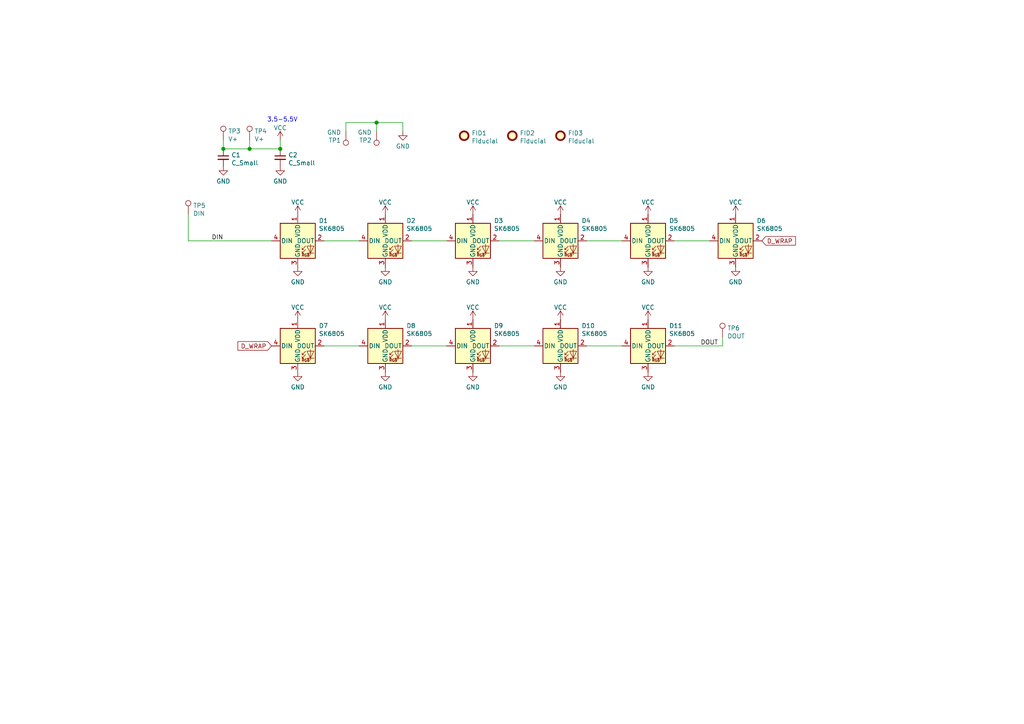
<source format=kicad_sch>
(kicad_sch (version 20210126) (generator eeschema)
  (paper "A4")
  (title_block (title "Scale CCA") (date "2021-08-14") (rev "v1r0"))
  (lib_symbols
    (symbol "Connector:TestPoint" (pin_numbers hide) (pin_names (offset 0.762) hide)
      (property "Reference" "TP" (at 0 6.858 0))
      (property "Value" "TestPoint" (at 0 5.08 0))
      (symbol "TestPoint_0_1"
        (circle (center 0 3.302) (radius 0.762))
      )
      (symbol "TestPoint_1_1"
        (pin passive line (at 0 0 90) (length 2.54) (name "1") (number "1"))
      )
    )
    (symbol "Device:C_Small" (pin_numbers hide) (pin_names (offset 0.254) hide)
      (property "Reference" "C" (at 0.254 1.778 0))
      (property "Value" "C_Small" (at 0.254 -2.032 0))
      (symbol "C_Small_0_1"
        (polyline (pts (xy -1.524 -0.508) (xy 1.524 -0.508)) (stroke (width 0.3302)))
        (polyline (pts (xy -1.524 0.508) (xy 1.524 0.508)) (stroke (width 0.3048)))
      )
      (symbol "C_Small_1_1"
        (pin passive line (at 0 2.54 270) (length 2.032) (name "~") (number "1"))
        (pin passive line (at 0 -2.54 90) (length 2.032) (name "~") (number "2"))
      )
    )
    (symbol "Mechanical:Fiducial"
      (property "Reference" "FID" (at 0 5.08 0))
      (property "Value" "Fiducial" (at 0 3.175 0))
      (symbol "Fiducial_0_1"
        (circle (center 0 0) (radius 1.27) (stroke (width 0.508)) (fill (type background)))
      )
    )
    (symbol "SK6805_2020:SK6805" (pin_names (offset 0.254))
      (property "Reference" "D" (at 7.62 6.35 0))
      (property "Value" "SK6805" (at 6.35 5.08 0))
      (symbol "SK6805_0_0"
        (text "RGB" (at 2.286 -4.191 0) (effects (font (size 0.762 0.762))))
      )
      (symbol "SK6805_0_1"
        (rectangle (start 5.08 5.08) (end -5.08 -5.08) (stroke (width 0.254)) (fill (type background)))
        (polyline (pts (xy 1.27 -3.556) (xy 1.778 -3.556)))
        (polyline (pts (xy 1.27 -2.54) (xy 1.778 -2.54)))
        (polyline (pts (xy 4.699 -3.556) (xy 2.667 -3.556)))
        (polyline (pts (xy 2.286 -2.54) (xy 1.27 -3.556) (xy 1.27 -3.048)))
        (polyline (pts (xy 2.286 -1.524) (xy 1.27 -2.54) (xy 1.27 -2.032)))
        (polyline (pts (xy 3.683 -1.016) (xy 3.683 -3.556) (xy 3.683 -4.064)))
        (polyline (pts (xy 4.699 -1.524) (xy 2.667 -1.524) (xy 3.683 -3.556) (xy 4.699 -1.524)))
      )
      (symbol "SK6805_1_1"
        (pin power_in line (at 0 7.62 270) (length 2.54) (name "VDD") (number "1"))
        (pin output line (at 7.62 0 180) (length 2.54) (name "DOUT") (number "2"))
        (pin power_in line (at 0 -7.62 90) (length 2.54) (name "GND") (number "3"))
        (pin input line (at -7.62 0 0) (length 2.54) (name "DIN") (number "4"))
      )
    )
    (symbol "power:GND" (power) (pin_names (offset 0))
      (property "Value" "GND" (at 0 -3.81 0))
      (symbol "GND_0_1"
        (polyline (pts (xy 0 0) (xy 0 -1.27) (xy 1.27 -1.27) (xy 0 -2.54) (xy -1.27 -1.27) (xy 0 -1.27)))
      )
      (symbol "GND_1_1"
        (pin power_in line (at 0 0 270) (length 0) hide (name "GND") (number "1"))
      )
    )
    (symbol "power:VCC" (power) (pin_names (offset 0))
      (property "Value" "VCC" (at 0 3.81 0))
      (symbol "VCC_0_1"
        (polyline (pts (xy -0.762 1.27) (xy 0 2.54)))
        (polyline (pts (xy 0 0) (xy 0 2.54)))
        (polyline (pts (xy 0 2.54) (xy 0.762 1.27)))
      )
      (symbol "VCC_1_1"
        (pin power_in line (at 0 0 90) (length 0) hide (name "VCC") (number "1"))
      )
    )
  )
  (junction (at 64.77 43.18) (diameter 1.016))
  (junction (at 72.39 43.18) (diameter 1.016))
  (junction (at 81.28 43.18) (diameter 1.016))
  (junction (at 109.22 35.56) (diameter 1.016))
  (wire (pts (xy 54.61 62.23) (xy 54.61 69.85)))
  (wire (pts (xy 54.61 69.85) (xy 78.74 69.85)))
  (wire (pts (xy 64.77 40.64) (xy 64.77 43.18)))
  (wire (pts (xy 64.77 43.18) (xy 72.39 43.18)))
  (wire (pts (xy 72.39 40.64) (xy 72.39 43.18)))
  (wire (pts (xy 72.39 43.18) (xy 81.28 43.18)))
  (wire (pts (xy 81.28 43.18) (xy 81.28 40.64)))
  (wire (pts (xy 93.98 69.85) (xy 104.14 69.85)))
  (wire (pts (xy 93.98 100.33) (xy 104.14 100.33)))
  (wire (pts (xy 100.33 35.56) (xy 109.22 35.56)))
  (wire (pts (xy 100.33 38.1) (xy 100.33 35.56)))
  (wire (pts (xy 109.22 35.56) (xy 109.22 38.1)))
  (wire (pts (xy 109.22 35.56) (xy 116.84 35.56)))
  (wire (pts (xy 116.84 35.56) (xy 116.84 38.1)))
  (wire (pts (xy 119.38 69.85) (xy 129.54 69.85)))
  (wire (pts (xy 119.38 100.33) (xy 129.54 100.33)))
  (wire (pts (xy 144.78 69.85) (xy 154.94 69.85)))
  (wire (pts (xy 144.78 100.33) (xy 154.94 100.33)))
  (wire (pts (xy 170.18 69.85) (xy 180.34 69.85)))
  (wire (pts (xy 170.18 100.33) (xy 180.34 100.33)))
  (wire (pts (xy 195.58 69.85) (xy 205.74 69.85)))
  (wire (pts (xy 209.55 97.79) (xy 209.55 100.33)))
  (wire (pts (xy 209.55 100.33) (xy 195.58 100.33)))
  (text "3.5-5.5V" (at 86.36 35.56 180) (effects (font (size 1.27 1.27)) (justify right bottom)))
  (label "DIN" (at 64.77 69.85 180))
  (label "DOUT" (at 208.28 100.33 180))
  (global_label "D_WRAP" (shape input) (at 78.74 100.33 180) (property "Intersheet References" "${INTERSHEET_REFS}" (effects hide)))
  (global_label "D_WRAP" (shape input) (at 220.98 69.85 0) (property "Intersheet References" "${INTERSHEET_REFS}" (effects hide)))
  (symbol (lib_id "power:VCC") (at 81.28 40.64 0) (unit 1)
    (property "Reference" "#PWR02" (effects hide))
    (property "Value" "VCC" (at 81.28 37.0926 0))
  )
  (symbol (lib_id "power:VCC") (at 86.36 62.23 0) (unit 1)
    (property "Reference" "#PWR05" (effects hide))
    (property "Value" "VCC" (at 86.36 58.6826 0))
  )
  (symbol (lib_id "power:VCC") (at 86.36 92.71 0) (unit 1)
    (property "Reference" "#PWR017" (effects hide))
    (property "Value" "VCC" (at 86.36 89.1626 0))
  )
  (symbol (lib_id "power:VCC") (at 111.76 62.23 0) (unit 1)
    (property "Reference" "#PWR06" (effects hide))
    (property "Value" "VCC" (at 111.76 58.6826 0))
  )
  (symbol (lib_id "power:VCC") (at 111.76 92.71 0) (unit 1)
    (property "Reference" "#PWR018" (effects hide))
    (property "Value" "VCC" (at 111.76 89.1626 0))
  )
  (symbol (lib_id "power:VCC") (at 137.16 62.23 0) (unit 1)
    (property "Reference" "#PWR07" (effects hide))
    (property "Value" "VCC" (at 137.16 58.6826 0))
  )
  (symbol (lib_id "power:VCC") (at 137.16 92.71 0) (unit 1)
    (property "Reference" "#PWR019" (effects hide))
    (property "Value" "VCC" (at 137.16 89.1626 0))
  )
  (symbol (lib_id "power:VCC") (at 162.56 62.23 0) (unit 1)
    (property "Reference" "#PWR08" (effects hide))
    (property "Value" "VCC" (at 162.56 58.6826 0))
  )
  (symbol (lib_id "power:VCC") (at 162.56 92.71 0) (unit 1)
    (property "Reference" "#PWR020" (effects hide))
    (property "Value" "VCC" (at 162.56 89.1626 0))
  )
  (symbol (lib_id "power:VCC") (at 187.96 62.23 0) (unit 1)
    (property "Reference" "#PWR09" (effects hide))
    (property "Value" "VCC" (at 187.96 58.6826 0))
  )
  (symbol (lib_id "power:VCC") (at 187.96 92.71 0) (unit 1)
    (property "Reference" "#PWR021" (effects hide))
    (property "Value" "VCC" (at 187.96 89.1626 0))
  )
  (symbol (lib_id "power:VCC") (at 213.36 62.23 0) (unit 1)
    (property "Reference" "#PWR010" (effects hide))
    (property "Value" "VCC" (at 213.36 58.6826 0))
  )
  (symbol (lib_id "Connector:TestPoint") (at 54.61 62.23 0) (unit 1)
    (property "Reference" "TP5" (at 56.0071 59.6276 0) (effects (justify left)))
    (property "Value" "DIN" (at 56.0071 61.9263 0) (effects (justify left)))
    (property "Footprint" "SMT_24AWG_Pad:SMT_24AWG_Pad" (effects hide))
  )
  (symbol (lib_id "Connector:TestPoint") (at 64.77 40.64 0) (unit 1)
    (property "Reference" "TP3" (at 66.1671 38.0376 0) (effects (justify left)))
    (property "Value" "V+" (at 66.1671 40.3363 0) (effects (justify left)))
    (property "Footprint" "SMT_24AWG_Pad:SMT_24AWG_Pad" (effects hide))
  )
  (symbol (lib_id "Connector:TestPoint") (at 72.39 40.64 0) (unit 1)
    (property "Reference" "TP4" (at 73.7871 38.0376 0) (effects (justify left)))
    (property "Value" "V+" (at 73.7871 40.3363 0) (effects (justify left)))
    (property "Footprint" "SMT_24AWG_Pad:SMT_24AWG_Pad" (effects hide))
  )
  (symbol (lib_id "Connector:TestPoint") (at 100.33 38.1 180) (unit 1)
    (property "Reference" "TP1" (at 98.9329 40.7024 0) (effects (justify left)))
    (property "Value" "GND" (at 98.9329 38.4037 0) (effects (justify left)))
    (property "Footprint" "SMT_24AWG_Pad:SMT_24AWG_Pad" (effects hide))
  )
  (symbol (lib_id "Connector:TestPoint") (at 109.22 38.1 180) (unit 1)
    (property "Reference" "TP2" (at 107.8229 40.7024 0) (effects (justify left)))
    (property "Value" "GND" (at 107.8229 38.4037 0) (effects (justify left)))
    (property "Footprint" "SMT_24AWG_Pad:SMT_24AWG_Pad" (effects hide))
  )
  (symbol (lib_id "Connector:TestPoint") (at 209.55 97.79 0) (unit 1)
    (property "Reference" "TP6" (at 210.9471 95.1876 0) (effects (justify left)))
    (property "Value" "DOUT" (at 210.9471 97.4863 0) (effects (justify left)))
    (property "Footprint" "SMT_24AWG_Pad:SMT_24AWG_Pad" (effects hide))
  )
  (symbol (lib_id "power:GND") (at 64.77 48.26 0) (unit 1)
    (property "Reference" "#PWR03" (effects hide))
    (property "Value" "GND" (at 64.77 52.5844 0))
  )
  (symbol (lib_id "power:GND") (at 81.28 48.26 0) (unit 1)
    (property "Reference" "#PWR04" (effects hide))
    (property "Value" "GND" (at 81.28 52.5844 0))
  )
  (symbol (lib_id "power:GND") (at 86.36 77.47 0) (unit 1)
    (property "Reference" "#PWR011" (effects hide))
    (property "Value" "GND" (at 86.36 81.7944 0))
  )
  (symbol (lib_id "power:GND") (at 86.36 107.95 0) (unit 1)
    (property "Reference" "#PWR022" (effects hide))
    (property "Value" "GND" (at 86.36 112.2744 0))
  )
  (symbol (lib_id "power:GND") (at 111.76 77.47 0) (unit 1)
    (property "Reference" "#PWR012" (effects hide))
    (property "Value" "GND" (at 111.76 81.7944 0))
  )
  (symbol (lib_id "power:GND") (at 111.76 107.95 0) (unit 1)
    (property "Reference" "#PWR023" (effects hide))
    (property "Value" "GND" (at 111.76 112.2744 0))
  )
  (symbol (lib_id "power:GND") (at 116.84 38.1 0) (unit 1)
    (property "Reference" "#PWR01" (effects hide))
    (property "Value" "GND" (at 116.84 42.4244 0))
  )
  (symbol (lib_id "power:GND") (at 137.16 77.47 0) (unit 1)
    (property "Reference" "#PWR013" (effects hide))
    (property "Value" "GND" (at 137.16 81.7944 0))
  )
  (symbol (lib_id "power:GND") (at 137.16 107.95 0) (unit 1)
    (property "Reference" "#PWR024" (effects hide))
    (property "Value" "GND" (at 137.16 112.2744 0))
  )
  (symbol (lib_id "power:GND") (at 162.56 77.47 0) (unit 1)
    (property "Reference" "#PWR014" (effects hide))
    (property "Value" "GND" (at 162.56 81.7944 0))
  )
  (symbol (lib_id "power:GND") (at 162.56 107.95 0) (unit 1)
    (property "Reference" "#PWR025" (effects hide))
    (property "Value" "GND" (at 162.56 112.2744 0))
  )
  (symbol (lib_id "power:GND") (at 187.96 77.47 0) (unit 1)
    (property "Reference" "#PWR015" (effects hide))
    (property "Value" "GND" (at 187.96 81.7944 0))
  )
  (symbol (lib_id "power:GND") (at 187.96 107.95 0) (unit 1)
    (property "Reference" "#PWR026" (effects hide))
    (property "Value" "GND" (at 187.96 112.2744 0))
  )
  (symbol (lib_id "power:GND") (at 213.36 77.47 0) (unit 1)
    (property "Reference" "#PWR016" (effects hide))
    (property "Value" "GND" (at 213.36 81.7944 0))
  )
  (symbol (lib_id "Mechanical:Fiducial") (at 134.62 39.37 0) (unit 1)
    (property "Reference" "FID1" (at 136.7791 38.6091 0) (effects (justify left)))
    (property "Value" "Fiducial" (at 136.7791 40.9078 0) (effects (justify left)))
    (property "Footprint" "Fiducial:Fiducial_0.5mm_Mask1mm" (effects hide))
  )
  (symbol (lib_id "Mechanical:Fiducial") (at 148.59 39.37 0) (unit 1)
    (property "Reference" "FID2" (at 150.7491 38.6091 0) (effects (justify left)))
    (property "Value" "Fiducial" (at 150.7491 40.9078 0) (effects (justify left)))
    (property "Footprint" "Fiducial:Fiducial_0.5mm_Mask1mm" (effects hide))
  )
  (symbol (lib_id "Mechanical:Fiducial") (at 162.56 39.37 0) (unit 1)
    (property "Reference" "FID3" (at 164.7191 38.6091 0) (effects (justify left)))
    (property "Value" "Fiducial" (at 164.7191 40.9078 0) (effects (justify left)))
    (property "Footprint" "Fiducial:Fiducial_0.5mm_Mask1mm" (effects hide))
  )
  (symbol (lib_id "Device:C_Small") (at 64.77 45.72 0) (unit 1)
    (property "Reference" "C1" (at 67.0942 44.9591 0) (effects (justify left)))
    (property "Value" "C_Small" (at 67.0942 47.2578 0) (effects (justify left)))
    (property "Footprint" "Capacitor_SMD:C_0805_2012Metric" (effects hide))
  )
  (symbol (lib_id "Device:C_Small") (at 81.28 45.72 0) (unit 1)
    (property "Reference" "C2" (at 83.6042 44.9591 0) (effects (justify left)))
    (property "Value" "C_Small" (at 83.6042 47.2578 0) (effects (justify left)))
    (property "Footprint" "Capacitor_SMD:C_0805_2012Metric" (effects hide))
  )
  (symbol (lib_id "SK6805_2020:SK6805") (at 86.36 69.85 0) (unit 1)
    (property "Reference" "D1" (at 92.4561 64.0091 0) (effects (justify left)))
    (property "Value" "SK6805" (at 92.4561 66.3078 0) (effects (justify left)))
    (property "Footprint" "SK6805_2020:LED_SK6805_2.0x2.0mm" (effects hide))
    (property "Datasheet" "https://cdn-shop.adafruit.com/product-files/3484/3484_Datasheet.pdf" (effects hide))
  )
  (symbol (lib_id "SK6805_2020:SK6805") (at 86.36 100.33 0) (unit 1)
    (property "Reference" "D7" (at 92.4561 94.4891 0) (effects (justify left)))
    (property "Value" "SK6805" (at 92.4561 96.7878 0) (effects (justify left)))
    (property "Footprint" "SK6805_2020:LED_SK6805_2.0x2.0mm" (effects hide))
    (property "Datasheet" "https://cdn-shop.adafruit.com/product-files/3484/3484_Datasheet.pdf" (effects hide))
  )
  (symbol (lib_id "SK6805_2020:SK6805") (at 111.76 69.85 0) (unit 1)
    (property "Reference" "D2" (at 117.8561 64.0091 0) (effects (justify left)))
    (property "Value" "SK6805" (at 117.8561 66.3078 0) (effects (justify left)))
    (property "Footprint" "SK6805_2020:LED_SK6805_2.0x2.0mm" (effects hide))
    (property "Datasheet" "https://cdn-shop.adafruit.com/product-files/3484/3484_Datasheet.pdf" (effects hide))
  )
  (symbol (lib_id "SK6805_2020:SK6805") (at 111.76 100.33 0) (unit 1)
    (property "Reference" "D8" (at 117.8561 94.4891 0) (effects (justify left)))
    (property "Value" "SK6805" (at 117.8561 96.7878 0) (effects (justify left)))
    (property "Footprint" "SK6805_2020:LED_SK6805_2.0x2.0mm" (effects hide))
    (property "Datasheet" "https://cdn-shop.adafruit.com/product-files/3484/3484_Datasheet.pdf" (effects hide))
  )
  (symbol (lib_id "SK6805_2020:SK6805") (at 137.16 69.85 0) (unit 1)
    (property "Reference" "D3" (at 143.2561 64.0091 0) (effects (justify left)))
    (property "Value" "SK6805" (at 143.2561 66.3078 0) (effects (justify left)))
    (property "Footprint" "SK6805_2020:LED_SK6805_2.0x2.0mm" (effects hide))
    (property "Datasheet" "https://cdn-shop.adafruit.com/product-files/3484/3484_Datasheet.pdf" (effects hide))
  )
  (symbol (lib_id "SK6805_2020:SK6805") (at 137.16 100.33 0) (unit 1)
    (property "Reference" "D9" (at 143.2561 94.4891 0) (effects (justify left)))
    (property "Value" "SK6805" (at 143.2561 96.7878 0) (effects (justify left)))
    (property "Footprint" "SK6805_2020:LED_SK6805_2.0x2.0mm" (effects hide))
    (property "Datasheet" "https://cdn-shop.adafruit.com/product-files/3484/3484_Datasheet.pdf" (effects hide))
  )
  (symbol (lib_id "SK6805_2020:SK6805") (at 162.56 69.85 0) (unit 1)
    (property "Reference" "D4" (at 168.6561 64.0091 0) (effects (justify left)))
    (property "Value" "SK6805" (at 168.6561 66.3078 0) (effects (justify left)))
    (property "Footprint" "SK6805_2020:LED_SK6805_2.0x2.0mm" (effects hide))
    (property "Datasheet" "https://cdn-shop.adafruit.com/product-files/3484/3484_Datasheet.pdf" (effects hide))
  )
  (symbol (lib_id "SK6805_2020:SK6805") (at 162.56 100.33 0) (unit 1)
    (property "Reference" "D10" (at 168.6561 94.4891 0) (effects (justify left)))
    (property "Value" "SK6805" (at 168.6561 96.7878 0) (effects (justify left)))
    (property "Footprint" "SK6805_2020:LED_SK6805_2.0x2.0mm" (effects hide))
    (property "Datasheet" "https://cdn-shop.adafruit.com/product-files/3484/3484_Datasheet.pdf" (effects hide))
  )
  (symbol (lib_id "SK6805_2020:SK6805") (at 187.96 69.85 0) (unit 1)
    (property "Reference" "D5" (at 194.0561 64.0091 0) (effects (justify left)))
    (property "Value" "SK6805" (at 194.0561 66.3078 0) (effects (justify left)))
    (property "Footprint" "SK6805_2020:LED_SK6805_2.0x2.0mm" (effects hide))
    (property "Datasheet" "https://cdn-shop.adafruit.com/product-files/3484/3484_Datasheet.pdf" (effects hide))
  )
  (symbol (lib_id "SK6805_2020:SK6805") (at 187.96 100.33 0) (unit 1)
    (property "Reference" "D11" (at 194.0561 94.4891 0) (effects (justify left)))
    (property "Value" "SK6805" (at 194.0561 96.7878 0) (effects (justify left)))
    (property "Footprint" "SK6805_2020:LED_SK6805_2.0x2.0mm" (effects hide))
    (property "Datasheet" "https://cdn-shop.adafruit.com/product-files/3484/3484_Datasheet.pdf" (effects hide))
  )
  (symbol (lib_id "SK6805_2020:SK6805") (at 213.36 69.85 0) (unit 1)
    (property "Reference" "D6" (at 219.4561 64.0091 0) (effects (justify left)))
    (property "Value" "SK6805" (at 219.4561 66.3078 0) (effects (justify left)))
    (property "Footprint" "SK6805_2020:LED_SK6805_2.0x2.0mm" (effects hide))
    (property "Datasheet" "https://cdn-shop.adafruit.com/product-files/3484/3484_Datasheet.pdf" (effects hide))
  )
)
</source>
